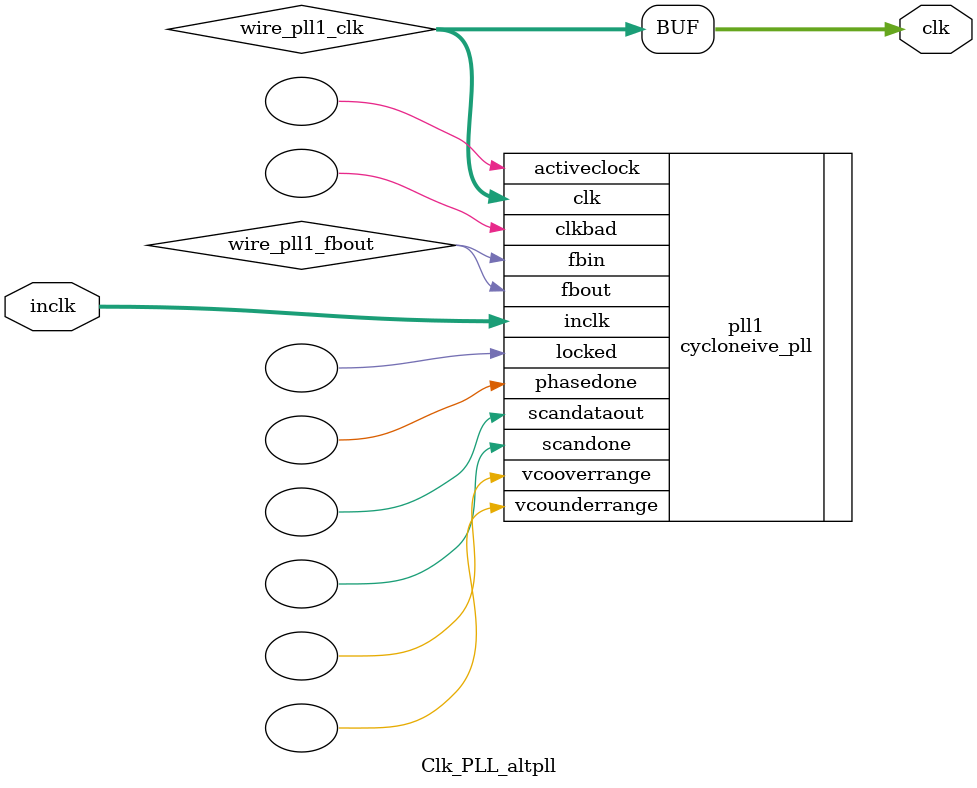
<source format=v>






//synthesis_resources = cycloneive_pll 1 
//synopsys translate_off
`timescale 1 ps / 1 ps
//synopsys translate_on
module  Clk_PLL_altpll
	( 
	clk,
	inclk) /* synthesis synthesis_clearbox=1 */;
	output   [4:0]  clk;
	input   [1:0]  inclk;
`ifndef ALTERA_RESERVED_QIS
// synopsys translate_off
`endif
	tri0   [1:0]  inclk;
`ifndef ALTERA_RESERVED_QIS
// synopsys translate_on
`endif

	wire  [4:0]   wire_pll1_clk;
	wire  wire_pll1_fbout;

	cycloneive_pll   pll1
	( 
	.activeclock(),
	.clk(wire_pll1_clk),
	.clkbad(),
	.fbin(wire_pll1_fbout),
	.fbout(wire_pll1_fbout),
	.inclk(inclk),
	.locked(),
	.phasedone(),
	.scandataout(),
	.scandone(),
	.vcooverrange(),
	.vcounderrange()
	`ifndef FORMAL_VERIFICATION
	// synopsys translate_off
	`endif
	,
	.areset(1'b0),
	.clkswitch(1'b0),
	.configupdate(1'b0),
	.pfdena(1'b1),
	.phasecounterselect({3{1'b0}}),
	.phasestep(1'b0),
	.phaseupdown(1'b0),
	.scanclk(1'b0),
	.scanclkena(1'b1),
	.scandata(1'b0)
	`ifndef FORMAL_VERIFICATION
	// synopsys translate_on
	`endif
	);
	defparam
		pll1.bandwidth_type = "auto",
		pll1.clk0_divide_by = 12,
		pll1.clk0_duty_cycle = 50,
		pll1.clk0_multiply_by = 25,
		pll1.clk0_phase_shift = "0",
		pll1.compensate_clock = "clk0",
		pll1.inclk0_input_frequency = 41666,
		pll1.operation_mode = "normal",
		pll1.pll_type = "auto",
		pll1.lpm_type = "cycloneive_pll";
	assign
		clk = {wire_pll1_clk[4:0]};
endmodule //Clk_PLL_altpll
//VALID FILE

</source>
